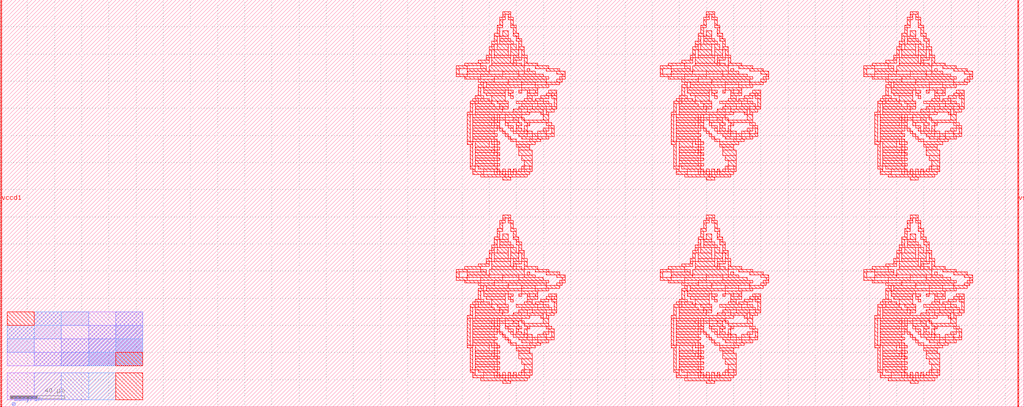
<source format=lef>
VERSION 5.7 ;
  NOWIREEXTENSIONATPIN ON ;
  DIVIDERCHAR "/" ;
  BUSBITCHARS "[]" ;
MACRO Art
  CLASS BLOCK ;
  FOREIGN Art ;
  ORIGIN -0.200 0.000 ;
  SIZE 753.320 BY 300.000 ;
  PIN dumyPin
    PORT
      LAYER met2 ;
        RECT 9.000 1.000 11.000 3.000 ;
    END
  END dumyPin
  PIN vccd1
    DIRECTION INPUT ;
    USE POWER ;
    PORT
      LAYER met4 ;
        RECT 0.20000 0.00000 1.00000 300.00000 ;
    END
  END vccd1
  PIN vssd1
    DIRECTION INPUT ;
    USE GROUND ;
    PORT
      LAYER met4 ;
        RECT 749.00000 0.00000 749.80000 300.00000 ;
    END
  END vssd1
  OBS
      LAYER li1 ;
        RECT 5.000 30.000 105.000 70.000 ;
        RECT 5.000 5.000 25.000 25.000 ;
      LAYER met1 ;
        RECT 85.000 60.000 105.000 70.120 ;
        RECT 65.000 50.000 105.000 60.000 ;
        RECT 45.000 40.000 105.000 50.000 ;
        RECT 25.000 30.120 105.000 40.000 ;
        RECT 25.000 30.000 85.000 30.120 ;
        RECT 25.000 5.000 45.000 25.000 ;
      LAYER met2 ;
        RECT 45.000 60.000 65.000 70.000 ;
        RECT 25.000 50.000 45.000 60.000 ;
        RECT 85.000 50.000 105.000 60.000 ;
        RECT 5.000 40.000 25.000 50.000 ;
        RECT 65.000 40.000 105.000 50.000 ;
        RECT 45.000 30.000 105.000 40.000 ;
        RECT 45.000 5.000 65.000 25.000 ;
      LAYER met3 ;
        RECT 25.000 60.000 45.000 70.000 ;
        RECT 5.000 50.000 25.000 60.000 ;
        RECT 85.000 40.000 105.000 50.000 ;
        RECT 65.000 30.000 105.000 40.000 ;
        RECT 65.000 5.000 85.000 25.000 ;
      LAYER met4 ;
        RECT 0.200 0.000 1.000 300.000 ;
        RECT 369.830 289.290 375.830 291.290 ;
        RECT 369.830 287.290 371.830 289.290 ;
        RECT 367.830 285.290 371.830 287.290 ;
        RECT 373.830 287.290 375.830 289.290 ;
        RECT 519.830 289.290 525.830 291.290 ;
        RECT 519.830 287.290 521.830 289.290 ;
        RECT 373.830 285.290 377.830 287.290 ;
        RECT 367.830 281.290 369.830 285.290 ;
        RECT 365.830 279.290 369.830 281.290 ;
        RECT 375.830 281.290 377.830 285.290 ;
        RECT 517.830 285.290 521.830 287.290 ;
        RECT 523.830 287.290 525.830 289.290 ;
        RECT 669.830 289.290 675.830 291.290 ;
        RECT 669.830 287.290 671.830 289.290 ;
        RECT 523.830 285.290 527.830 287.290 ;
        RECT 517.830 281.290 519.830 285.290 ;
        RECT 375.830 279.290 379.830 281.290 ;
        RECT 365.830 275.290 367.830 279.290 ;
        RECT 363.830 273.290 367.830 275.290 ;
        RECT 369.830 273.290 373.830 277.290 ;
        RECT 377.830 275.290 379.830 279.290 ;
        RECT 515.830 279.290 519.830 281.290 ;
        RECT 525.830 281.290 527.830 285.290 ;
        RECT 667.830 285.290 671.830 287.290 ;
        RECT 673.830 287.290 675.830 289.290 ;
        RECT 673.830 285.290 677.830 287.290 ;
        RECT 667.830 281.290 669.830 285.290 ;
        RECT 525.830 279.290 529.830 281.290 ;
        RECT 515.830 275.290 517.830 279.290 ;
        RECT 377.830 273.290 381.830 275.290 ;
        RECT 363.830 269.290 365.830 273.290 ;
        RECT 361.830 267.290 365.830 269.290 ;
        RECT 367.830 271.290 373.830 273.290 ;
        RECT 379.830 271.290 381.830 273.290 ;
        RECT 513.830 273.290 517.830 275.290 ;
        RECT 519.830 273.290 523.830 277.290 ;
        RECT 527.830 275.290 529.830 279.290 ;
        RECT 665.830 279.290 669.830 281.290 ;
        RECT 675.830 281.290 677.830 285.290 ;
        RECT 675.830 279.290 679.830 281.290 ;
        RECT 665.830 275.290 667.830 279.290 ;
        RECT 527.830 273.290 531.830 275.290 ;
        RECT 367.830 269.290 375.830 271.290 ;
        RECT 379.830 269.290 383.830 271.290 ;
        RECT 513.830 269.290 515.830 273.290 ;
        RECT 367.830 267.290 377.830 269.290 ;
        RECT 361.830 265.290 363.830 267.290 ;
        RECT 359.830 263.290 363.830 265.290 ;
        RECT 365.830 263.290 373.830 267.290 ;
        RECT 359.830 259.290 361.830 263.290 ;
        RECT 357.830 257.290 361.830 259.290 ;
        RECT 363.830 259.290 373.830 263.290 ;
        RECT 375.830 263.290 379.830 267.290 ;
        RECT 381.830 265.290 383.830 269.290 ;
        RECT 511.830 267.290 515.830 269.290 ;
        RECT 517.830 271.290 523.830 273.290 ;
        RECT 529.830 271.290 531.830 273.290 ;
        RECT 663.830 273.290 667.830 275.290 ;
        RECT 669.830 273.290 673.830 277.290 ;
        RECT 677.830 275.290 679.830 279.290 ;
        RECT 677.830 273.290 681.830 275.290 ;
        RECT 517.830 269.290 525.830 271.290 ;
        RECT 529.830 269.290 533.830 271.290 ;
        RECT 663.830 269.290 665.830 273.290 ;
        RECT 517.830 267.290 527.830 269.290 ;
        RECT 511.830 265.290 513.830 267.290 ;
        RECT 381.830 263.290 385.830 265.290 ;
        RECT 375.830 259.290 381.830 263.290 ;
        RECT 363.830 257.290 375.830 259.290 ;
        RECT 357.830 255.290 359.830 257.290 ;
        RECT 351.830 253.290 359.830 255.290 ;
        RECT 361.830 253.290 375.830 257.290 ;
        RECT 377.830 257.290 381.830 259.290 ;
        RECT 383.830 259.290 385.830 263.290 ;
        RECT 509.830 263.290 513.830 265.290 ;
        RECT 515.830 263.290 523.830 267.290 ;
        RECT 509.830 259.290 511.830 263.290 ;
        RECT 383.830 257.290 387.830 259.290 ;
        RECT 377.830 255.290 383.830 257.290 ;
        RECT 377.830 253.290 379.830 255.290 ;
        RECT 385.830 253.290 387.830 257.290 ;
        RECT 507.830 257.290 511.830 259.290 ;
        RECT 513.830 259.290 523.830 263.290 ;
        RECT 525.830 263.290 529.830 267.290 ;
        RECT 531.830 265.290 533.830 269.290 ;
        RECT 661.830 267.290 665.830 269.290 ;
        RECT 667.830 271.290 673.830 273.290 ;
        RECT 679.830 271.290 681.830 273.290 ;
        RECT 667.830 269.290 675.830 271.290 ;
        RECT 679.830 269.290 683.830 271.290 ;
        RECT 667.830 267.290 677.830 269.290 ;
        RECT 661.830 265.290 663.830 267.290 ;
        RECT 531.830 263.290 535.830 265.290 ;
        RECT 525.830 259.290 531.830 263.290 ;
        RECT 513.830 257.290 525.830 259.290 ;
        RECT 507.830 255.290 509.830 257.290 ;
        RECT 501.830 253.290 509.830 255.290 ;
        RECT 511.830 253.290 525.830 257.290 ;
        RECT 527.830 257.290 531.830 259.290 ;
        RECT 533.830 259.290 535.830 263.290 ;
        RECT 659.830 263.290 663.830 265.290 ;
        RECT 665.830 263.290 673.830 267.290 ;
        RECT 659.830 259.290 661.830 263.290 ;
        RECT 533.830 257.290 537.830 259.290 ;
        RECT 527.830 255.290 533.830 257.290 ;
        RECT 527.830 253.290 529.830 255.290 ;
        RECT 535.830 253.290 537.830 257.290 ;
        RECT 657.830 257.290 661.830 259.290 ;
        RECT 663.830 259.290 673.830 263.290 ;
        RECT 675.830 263.290 679.830 267.290 ;
        RECT 681.830 265.290 683.830 269.290 ;
        RECT 681.830 263.290 685.830 265.290 ;
        RECT 675.830 259.290 681.830 263.290 ;
        RECT 663.830 257.290 675.830 259.290 ;
        RECT 657.830 255.290 659.830 257.290 ;
        RECT 651.830 253.290 659.830 255.290 ;
        RECT 661.830 253.290 675.830 257.290 ;
        RECT 677.830 257.290 681.830 259.290 ;
        RECT 683.830 259.290 685.830 263.290 ;
        RECT 683.830 257.290 687.830 259.290 ;
        RECT 677.830 255.290 683.830 257.290 ;
        RECT 677.830 253.290 679.830 255.290 ;
        RECT 685.830 253.290 687.830 257.290 ;
        RECT 341.830 251.290 353.830 253.290 ;
        RECT 361.830 251.290 377.830 253.290 ;
        RECT 379.830 251.290 383.830 253.290 ;
        RECT 385.830 251.290 395.830 253.290 ;
        RECT 491.830 251.290 503.830 253.290 ;
        RECT 511.830 251.290 527.830 253.290 ;
        RECT 529.830 251.290 533.830 253.290 ;
        RECT 535.830 251.290 545.830 253.290 ;
        RECT 641.830 251.290 653.830 253.290 ;
        RECT 661.830 251.290 677.830 253.290 ;
        RECT 679.830 251.290 683.830 253.290 ;
        RECT 685.830 251.290 695.830 253.290 ;
        RECT 335.830 249.290 343.830 251.290 ;
        RECT 353.830 249.290 357.830 251.290 ;
        RECT 335.830 245.290 337.830 249.290 ;
        RECT 343.830 247.290 357.830 249.290 ;
        RECT 359.830 247.290 385.830 251.290 ;
        RECT 393.830 249.290 403.830 251.290 ;
        RECT 485.830 249.290 493.830 251.290 ;
        RECT 503.830 249.290 507.830 251.290 ;
        RECT 387.830 247.290 389.830 249.290 ;
        RECT 401.830 247.290 411.830 249.290 ;
        RECT 343.830 245.290 359.830 247.290 ;
        RECT 369.830 245.290 381.830 247.290 ;
        RECT 385.830 245.290 393.830 247.290 ;
        RECT 409.830 245.290 415.830 247.290 ;
        RECT 335.830 243.290 343.830 245.290 ;
        RECT 353.830 243.290 369.830 245.290 ;
        RECT 381.830 243.290 399.830 245.290 ;
        RECT 413.830 243.290 415.830 245.290 ;
        RECT 485.830 245.290 487.830 249.290 ;
        RECT 493.830 247.290 507.830 249.290 ;
        RECT 509.830 247.290 535.830 251.290 ;
        RECT 543.830 249.290 553.830 251.290 ;
        RECT 635.830 249.290 643.830 251.290 ;
        RECT 653.830 249.290 657.830 251.290 ;
        RECT 537.830 247.290 539.830 249.290 ;
        RECT 551.830 247.290 561.830 249.290 ;
        RECT 493.830 245.290 509.830 247.290 ;
        RECT 519.830 245.290 531.830 247.290 ;
        RECT 535.830 245.290 543.830 247.290 ;
        RECT 559.830 245.290 565.830 247.290 ;
        RECT 485.830 243.290 493.830 245.290 ;
        RECT 503.830 243.290 519.830 245.290 ;
        RECT 531.830 243.290 549.830 245.290 ;
        RECT 563.830 243.290 565.830 245.290 ;
        RECT 635.830 245.290 637.830 249.290 ;
        RECT 643.830 247.290 657.830 249.290 ;
        RECT 659.830 247.290 685.830 251.290 ;
        RECT 693.830 249.290 703.830 251.290 ;
        RECT 687.830 247.290 689.830 249.290 ;
        RECT 701.830 247.290 711.830 249.290 ;
        RECT 643.830 245.290 659.830 247.290 ;
        RECT 669.830 245.290 681.830 247.290 ;
        RECT 685.830 245.290 693.830 247.290 ;
        RECT 709.830 245.290 715.830 247.290 ;
        RECT 635.830 243.290 643.830 245.290 ;
        RECT 653.830 243.290 669.830 245.290 ;
        RECT 681.830 243.290 699.830 245.290 ;
        RECT 713.830 243.290 715.830 245.290 ;
        RECT 341.830 241.290 353.830 243.290 ;
        RECT 363.830 241.290 403.830 243.290 ;
        RECT 411.830 241.290 415.830 243.290 ;
        RECT 491.830 241.290 503.830 243.290 ;
        RECT 513.830 241.290 553.830 243.290 ;
        RECT 561.830 241.290 565.830 243.290 ;
        RECT 641.830 241.290 653.830 243.290 ;
        RECT 663.830 241.290 703.830 243.290 ;
        RECT 711.830 241.290 715.830 243.290 ;
        RECT 351.830 239.290 363.830 241.290 ;
        RECT 373.830 239.290 401.830 241.290 ;
        RECT 409.830 239.290 413.830 241.290 ;
        RECT 501.830 239.290 513.830 241.290 ;
        RECT 523.830 239.290 551.830 241.290 ;
        RECT 559.830 239.290 563.830 241.290 ;
        RECT 651.830 239.290 663.830 241.290 ;
        RECT 673.830 239.290 701.830 241.290 ;
        RECT 709.830 239.290 713.830 241.290 ;
        RECT 353.830 237.290 355.830 239.290 ;
        RECT 351.830 235.290 355.830 237.290 ;
        RECT 357.830 237.290 373.830 239.290 ;
        RECT 383.830 237.290 393.830 239.290 ;
        RECT 401.830 237.290 411.830 239.290 ;
        RECT 503.830 237.290 505.830 239.290 ;
        RECT 357.830 235.290 383.830 237.290 ;
        RECT 393.830 235.290 403.830 237.290 ;
        RECT 501.830 235.290 505.830 237.290 ;
        RECT 507.830 237.290 523.830 239.290 ;
        RECT 533.830 237.290 543.830 239.290 ;
        RECT 551.830 237.290 561.830 239.290 ;
        RECT 653.830 237.290 655.830 239.290 ;
        RECT 507.830 235.290 533.830 237.290 ;
        RECT 543.830 235.290 553.830 237.290 ;
        RECT 651.830 235.290 655.830 237.290 ;
        RECT 657.830 237.290 673.830 239.290 ;
        RECT 683.830 237.290 693.830 239.290 ;
        RECT 701.830 237.290 711.830 239.290 ;
        RECT 657.830 235.290 683.830 237.290 ;
        RECT 693.830 235.290 703.830 237.290 ;
        RECT 351.830 229.290 353.830 235.290 ;
        RECT 355.830 233.290 373.830 235.290 ;
        RECT 383.830 233.290 395.830 235.290 ;
        RECT 355.830 231.290 371.830 233.290 ;
        RECT 357.830 229.290 371.830 231.290 ;
        RECT 373.830 231.290 377.830 233.290 ;
        RECT 381.830 231.290 383.830 233.290 ;
        RECT 387.830 231.290 389.830 233.290 ;
        RECT 393.830 231.290 395.830 233.290 ;
        RECT 403.830 231.290 409.830 233.290 ;
        RECT 373.830 229.290 375.830 231.290 ;
        RECT 387.830 229.290 395.830 231.290 ;
        RECT 401.830 229.290 405.830 231.290 ;
        RECT 407.830 229.290 409.830 231.290 ;
        RECT 501.830 229.290 503.830 235.290 ;
        RECT 505.830 233.290 523.830 235.290 ;
        RECT 533.830 233.290 545.830 235.290 ;
        RECT 505.830 231.290 521.830 233.290 ;
        RECT 507.830 229.290 521.830 231.290 ;
        RECT 523.830 231.290 527.830 233.290 ;
        RECT 531.830 231.290 533.830 233.290 ;
        RECT 537.830 231.290 539.830 233.290 ;
        RECT 543.830 231.290 545.830 233.290 ;
        RECT 553.830 231.290 559.830 233.290 ;
        RECT 523.830 229.290 525.830 231.290 ;
        RECT 537.830 229.290 545.830 231.290 ;
        RECT 551.830 229.290 555.830 231.290 ;
        RECT 557.830 229.290 559.830 231.290 ;
        RECT 651.830 229.290 653.830 235.290 ;
        RECT 655.830 233.290 673.830 235.290 ;
        RECT 683.830 233.290 695.830 235.290 ;
        RECT 655.830 231.290 671.830 233.290 ;
        RECT 657.830 229.290 671.830 231.290 ;
        RECT 673.830 231.290 677.830 233.290 ;
        RECT 681.830 231.290 683.830 233.290 ;
        RECT 687.830 231.290 689.830 233.290 ;
        RECT 693.830 231.290 695.830 233.290 ;
        RECT 703.830 231.290 709.830 233.290 ;
        RECT 673.830 229.290 675.830 231.290 ;
        RECT 687.830 229.290 695.830 231.290 ;
        RECT 701.830 229.290 705.830 231.290 ;
        RECT 707.830 229.290 709.830 231.290 ;
        RECT 349.830 227.290 355.830 229.290 ;
        RECT 347.830 225.290 351.830 227.290 ;
        RECT 353.830 225.290 359.830 227.290 ;
        RECT 361.830 225.290 371.830 229.290 ;
        RECT 375.830 227.290 377.830 229.290 ;
        RECT 387.830 227.290 391.830 229.290 ;
        RECT 397.830 227.290 403.830 229.290 ;
        RECT 405.830 227.290 409.830 229.290 ;
        RECT 499.830 227.290 505.830 229.290 ;
        RECT 385.830 225.290 391.830 227.290 ;
        RECT 393.830 225.290 399.830 227.290 ;
        RECT 345.830 223.290 349.830 225.290 ;
        RECT 351.830 223.290 361.830 225.290 ;
        RECT 365.830 223.290 373.830 225.290 ;
        RECT 379.830 223.290 395.830 225.290 ;
        RECT 399.830 223.290 403.830 225.290 ;
        RECT 345.830 217.290 347.830 223.290 ;
        RECT 343.830 215.290 347.830 217.290 ;
        RECT 349.830 221.290 363.830 223.290 ;
        RECT 367.830 221.290 373.830 223.290 ;
        RECT 383.830 221.290 391.830 223.290 ;
        RECT 395.830 221.290 405.830 223.290 ;
        RECT 407.830 221.290 409.830 227.290 ;
        RECT 497.830 225.290 501.830 227.290 ;
        RECT 503.830 225.290 509.830 227.290 ;
        RECT 511.830 225.290 521.830 229.290 ;
        RECT 525.830 227.290 527.830 229.290 ;
        RECT 537.830 227.290 541.830 229.290 ;
        RECT 547.830 227.290 553.830 229.290 ;
        RECT 555.830 227.290 559.830 229.290 ;
        RECT 649.830 227.290 655.830 229.290 ;
        RECT 535.830 225.290 541.830 227.290 ;
        RECT 543.830 225.290 549.830 227.290 ;
        RECT 349.830 219.290 367.830 221.290 ;
        RECT 369.830 219.290 373.830 221.290 ;
        RECT 381.830 219.290 387.830 221.290 ;
        RECT 391.830 219.290 401.830 221.290 ;
        RECT 405.830 219.290 409.830 221.290 ;
        RECT 495.830 223.290 499.830 225.290 ;
        RECT 501.830 223.290 511.830 225.290 ;
        RECT 515.830 223.290 523.830 225.290 ;
        RECT 529.830 223.290 545.830 225.290 ;
        RECT 549.830 223.290 553.830 225.290 ;
        RECT 349.830 217.290 369.830 219.290 ;
        RECT 377.830 217.290 383.830 219.290 ;
        RECT 387.830 217.290 399.830 219.290 ;
        RECT 349.830 215.290 389.830 217.290 ;
        RECT 397.830 215.290 399.830 217.290 ;
        RECT 401.830 217.290 407.830 219.290 ;
        RECT 495.830 217.290 497.830 223.290 ;
        RECT 401.830 215.290 403.830 217.290 ;
        RECT 343.830 195.290 345.830 215.290 ;
        RECT 347.830 213.290 363.830 215.290 ;
        RECT 365.830 213.290 367.830 215.290 ;
        RECT 371.830 213.290 383.830 215.290 ;
        RECT 347.830 211.290 361.830 213.290 ;
        RECT 363.830 211.290 365.830 213.290 ;
        RECT 367.830 211.290 371.830 213.290 ;
        RECT 377.830 211.290 381.830 213.290 ;
        RECT 383.830 211.290 385.830 213.290 ;
        RECT 399.830 211.290 403.830 215.290 ;
        RECT 347.830 209.290 363.830 211.290 ;
        RECT 365.830 209.290 367.830 211.290 ;
        RECT 347.830 207.290 361.830 209.290 ;
        RECT 363.830 207.290 367.830 209.290 ;
        RECT 371.830 209.290 381.830 211.290 ;
        RECT 385.830 209.290 403.830 211.290 ;
        RECT 493.830 215.290 497.830 217.290 ;
        RECT 499.830 221.290 513.830 223.290 ;
        RECT 517.830 221.290 523.830 223.290 ;
        RECT 533.830 221.290 541.830 223.290 ;
        RECT 545.830 221.290 555.830 223.290 ;
        RECT 557.830 221.290 559.830 227.290 ;
        RECT 647.830 225.290 651.830 227.290 ;
        RECT 653.830 225.290 659.830 227.290 ;
        RECT 661.830 225.290 671.830 229.290 ;
        RECT 675.830 227.290 677.830 229.290 ;
        RECT 687.830 227.290 691.830 229.290 ;
        RECT 697.830 227.290 703.830 229.290 ;
        RECT 705.830 227.290 709.830 229.290 ;
        RECT 685.830 225.290 691.830 227.290 ;
        RECT 693.830 225.290 699.830 227.290 ;
        RECT 499.830 219.290 517.830 221.290 ;
        RECT 519.830 219.290 523.830 221.290 ;
        RECT 531.830 219.290 537.830 221.290 ;
        RECT 541.830 219.290 551.830 221.290 ;
        RECT 555.830 219.290 559.830 221.290 ;
        RECT 645.830 223.290 649.830 225.290 ;
        RECT 651.830 223.290 661.830 225.290 ;
        RECT 665.830 223.290 673.830 225.290 ;
        RECT 679.830 223.290 695.830 225.290 ;
        RECT 699.830 223.290 703.830 225.290 ;
        RECT 499.830 217.290 519.830 219.290 ;
        RECT 527.830 217.290 533.830 219.290 ;
        RECT 537.830 217.290 549.830 219.290 ;
        RECT 499.830 215.290 539.830 217.290 ;
        RECT 547.830 215.290 549.830 217.290 ;
        RECT 551.830 217.290 557.830 219.290 ;
        RECT 645.830 217.290 647.830 223.290 ;
        RECT 551.830 215.290 553.830 217.290 ;
        RECT 371.830 207.290 373.830 209.290 ;
        RECT 379.830 207.290 383.830 209.290 ;
        RECT 387.830 207.290 389.830 209.290 ;
        RECT 401.830 207.290 405.830 209.290 ;
        RECT 347.830 205.290 363.830 207.290 ;
        RECT 365.830 205.290 367.830 207.290 ;
        RECT 373.830 205.290 377.830 207.290 ;
        RECT 347.830 203.290 365.830 205.290 ;
        RECT 367.830 203.290 369.830 205.290 ;
        RECT 375.830 203.290 377.830 205.290 ;
        RECT 379.830 205.290 381.830 207.290 ;
        RECT 379.830 203.290 383.830 205.290 ;
        RECT 385.830 203.290 387.830 207.290 ;
        RECT 403.830 205.290 407.830 207.290 ;
        RECT 399.830 203.290 403.830 205.290 ;
        RECT 347.830 201.290 363.830 203.290 ;
        RECT 369.830 201.290 371.830 203.290 ;
        RECT 377.830 201.290 385.830 203.290 ;
        RECT 387.830 201.290 391.830 203.290 ;
        RECT 395.830 201.290 401.830 203.290 ;
        RECT 405.830 201.290 407.830 205.290 ;
        RECT 347.830 199.290 365.830 201.290 ;
        RECT 371.830 199.290 373.830 201.290 ;
        RECT 381.830 199.290 387.830 201.290 ;
        RECT 391.830 199.290 395.830 201.290 ;
        RECT 401.830 199.290 407.830 201.290 ;
        RECT 347.830 197.290 363.830 199.290 ;
        RECT 373.830 197.290 375.830 199.290 ;
        RECT 383.830 197.290 391.830 199.290 ;
        RECT 395.830 197.290 403.830 199.290 ;
        RECT 347.830 195.290 361.830 197.290 ;
        RECT 363.830 195.290 365.830 197.290 ;
        RECT 375.830 195.290 379.830 197.290 ;
        RECT 389.830 195.290 397.830 197.290 ;
        RECT 493.830 195.290 495.830 215.290 ;
        RECT 497.830 213.290 513.830 215.290 ;
        RECT 515.830 213.290 517.830 215.290 ;
        RECT 521.830 213.290 533.830 215.290 ;
        RECT 497.830 211.290 511.830 213.290 ;
        RECT 513.830 211.290 515.830 213.290 ;
        RECT 517.830 211.290 521.830 213.290 ;
        RECT 527.830 211.290 531.830 213.290 ;
        RECT 533.830 211.290 535.830 213.290 ;
        RECT 549.830 211.290 553.830 215.290 ;
        RECT 497.830 209.290 513.830 211.290 ;
        RECT 515.830 209.290 517.830 211.290 ;
        RECT 497.830 207.290 511.830 209.290 ;
        RECT 513.830 207.290 517.830 209.290 ;
        RECT 521.830 209.290 531.830 211.290 ;
        RECT 535.830 209.290 553.830 211.290 ;
        RECT 643.830 215.290 647.830 217.290 ;
        RECT 649.830 221.290 663.830 223.290 ;
        RECT 667.830 221.290 673.830 223.290 ;
        RECT 683.830 221.290 691.830 223.290 ;
        RECT 695.830 221.290 705.830 223.290 ;
        RECT 707.830 221.290 709.830 227.290 ;
        RECT 649.830 219.290 667.830 221.290 ;
        RECT 669.830 219.290 673.830 221.290 ;
        RECT 681.830 219.290 687.830 221.290 ;
        RECT 691.830 219.290 701.830 221.290 ;
        RECT 705.830 219.290 709.830 221.290 ;
        RECT 649.830 217.290 669.830 219.290 ;
        RECT 677.830 217.290 683.830 219.290 ;
        RECT 687.830 217.290 699.830 219.290 ;
        RECT 649.830 215.290 689.830 217.290 ;
        RECT 697.830 215.290 699.830 217.290 ;
        RECT 701.830 217.290 707.830 219.290 ;
        RECT 701.830 215.290 703.830 217.290 ;
        RECT 521.830 207.290 523.830 209.290 ;
        RECT 529.830 207.290 533.830 209.290 ;
        RECT 537.830 207.290 539.830 209.290 ;
        RECT 551.830 207.290 555.830 209.290 ;
        RECT 497.830 205.290 513.830 207.290 ;
        RECT 515.830 205.290 517.830 207.290 ;
        RECT 523.830 205.290 527.830 207.290 ;
        RECT 497.830 203.290 515.830 205.290 ;
        RECT 517.830 203.290 519.830 205.290 ;
        RECT 525.830 203.290 527.830 205.290 ;
        RECT 529.830 205.290 531.830 207.290 ;
        RECT 529.830 203.290 533.830 205.290 ;
        RECT 535.830 203.290 537.830 207.290 ;
        RECT 553.830 205.290 557.830 207.290 ;
        RECT 549.830 203.290 553.830 205.290 ;
        RECT 497.830 201.290 513.830 203.290 ;
        RECT 519.830 201.290 521.830 203.290 ;
        RECT 527.830 201.290 535.830 203.290 ;
        RECT 537.830 201.290 541.830 203.290 ;
        RECT 545.830 201.290 551.830 203.290 ;
        RECT 555.830 201.290 557.830 205.290 ;
        RECT 497.830 199.290 515.830 201.290 ;
        RECT 521.830 199.290 523.830 201.290 ;
        RECT 531.830 199.290 537.830 201.290 ;
        RECT 541.830 199.290 545.830 201.290 ;
        RECT 551.830 199.290 557.830 201.290 ;
        RECT 497.830 197.290 513.830 199.290 ;
        RECT 523.830 197.290 525.830 199.290 ;
        RECT 533.830 197.290 541.830 199.290 ;
        RECT 545.830 197.290 553.830 199.290 ;
        RECT 497.830 195.290 511.830 197.290 ;
        RECT 513.830 195.290 515.830 197.290 ;
        RECT 525.830 195.290 529.830 197.290 ;
        RECT 539.830 195.290 547.830 197.290 ;
        RECT 643.830 195.290 645.830 215.290 ;
        RECT 647.830 213.290 663.830 215.290 ;
        RECT 665.830 213.290 667.830 215.290 ;
        RECT 671.830 213.290 683.830 215.290 ;
        RECT 647.830 211.290 661.830 213.290 ;
        RECT 663.830 211.290 665.830 213.290 ;
        RECT 667.830 211.290 671.830 213.290 ;
        RECT 677.830 211.290 681.830 213.290 ;
        RECT 683.830 211.290 685.830 213.290 ;
        RECT 699.830 211.290 703.830 215.290 ;
        RECT 647.830 209.290 663.830 211.290 ;
        RECT 665.830 209.290 667.830 211.290 ;
        RECT 647.830 207.290 661.830 209.290 ;
        RECT 663.830 207.290 667.830 209.290 ;
        RECT 671.830 209.290 681.830 211.290 ;
        RECT 685.830 209.290 703.830 211.290 ;
        RECT 671.830 207.290 673.830 209.290 ;
        RECT 679.830 207.290 683.830 209.290 ;
        RECT 687.830 207.290 689.830 209.290 ;
        RECT 701.830 207.290 705.830 209.290 ;
        RECT 647.830 205.290 663.830 207.290 ;
        RECT 665.830 205.290 667.830 207.290 ;
        RECT 673.830 205.290 677.830 207.290 ;
        RECT 647.830 203.290 665.830 205.290 ;
        RECT 667.830 203.290 669.830 205.290 ;
        RECT 675.830 203.290 677.830 205.290 ;
        RECT 679.830 205.290 681.830 207.290 ;
        RECT 679.830 203.290 683.830 205.290 ;
        RECT 685.830 203.290 687.830 207.290 ;
        RECT 703.830 205.290 707.830 207.290 ;
        RECT 699.830 203.290 703.830 205.290 ;
        RECT 647.830 201.290 663.830 203.290 ;
        RECT 669.830 201.290 671.830 203.290 ;
        RECT 677.830 201.290 685.830 203.290 ;
        RECT 687.830 201.290 691.830 203.290 ;
        RECT 695.830 201.290 701.830 203.290 ;
        RECT 705.830 201.290 707.830 205.290 ;
        RECT 647.830 199.290 665.830 201.290 ;
        RECT 671.830 199.290 673.830 201.290 ;
        RECT 681.830 199.290 687.830 201.290 ;
        RECT 691.830 199.290 695.830 201.290 ;
        RECT 701.830 199.290 707.830 201.290 ;
        RECT 647.830 197.290 663.830 199.290 ;
        RECT 673.830 197.290 675.830 199.290 ;
        RECT 683.830 197.290 691.830 199.290 ;
        RECT 695.830 197.290 703.830 199.290 ;
        RECT 647.830 195.290 661.830 197.290 ;
        RECT 663.830 195.290 665.830 197.290 ;
        RECT 675.830 195.290 679.830 197.290 ;
        RECT 689.830 195.290 697.830 197.290 ;
        RECT 343.830 193.290 347.830 195.290 ;
        RECT 345.830 177.290 347.830 193.290 ;
        RECT 349.830 191.290 359.830 195.290 ;
        RECT 361.830 193.290 363.830 195.290 ;
        RECT 365.830 193.290 367.830 195.290 ;
        RECT 379.830 193.290 393.830 195.290 ;
        RECT 493.830 193.290 497.830 195.290 ;
        RECT 363.830 191.290 365.830 193.290 ;
        RECT 379.830 191.290 389.830 193.290 ;
        RECT 349.830 189.290 363.830 191.290 ;
        RECT 365.830 189.290 367.830 191.290 ;
        RECT 381.830 189.290 389.830 191.290 ;
        RECT 349.830 187.290 361.830 189.290 ;
        RECT 363.830 187.290 365.830 189.290 ;
        RECT 349.830 185.290 363.830 187.290 ;
        RECT 365.830 185.290 367.830 187.290 ;
        RECT 381.830 185.290 391.830 189.290 ;
        RECT 349.830 183.290 365.830 185.290 ;
        RECT 349.830 181.290 363.830 183.290 ;
        RECT 365.830 181.290 367.830 183.290 ;
        RECT 383.830 181.290 391.830 185.290 ;
        RECT 349.830 179.290 365.830 181.290 ;
        RECT 349.830 177.290 363.830 179.290 ;
        RECT 365.830 177.290 367.830 179.290 ;
        RECT 385.830 177.290 391.830 181.290 ;
        RECT 345.830 175.290 349.830 177.290 ;
        RECT 351.830 175.290 365.830 177.290 ;
        RECT 383.830 175.290 385.830 177.290 ;
        RECT 389.830 175.290 391.830 177.290 ;
        RECT 495.830 177.290 497.830 193.290 ;
        RECT 499.830 191.290 509.830 195.290 ;
        RECT 511.830 193.290 513.830 195.290 ;
        RECT 515.830 193.290 517.830 195.290 ;
        RECT 529.830 193.290 543.830 195.290 ;
        RECT 643.830 193.290 647.830 195.290 ;
        RECT 513.830 191.290 515.830 193.290 ;
        RECT 529.830 191.290 539.830 193.290 ;
        RECT 499.830 189.290 513.830 191.290 ;
        RECT 515.830 189.290 517.830 191.290 ;
        RECT 531.830 189.290 539.830 191.290 ;
        RECT 499.830 187.290 511.830 189.290 ;
        RECT 513.830 187.290 515.830 189.290 ;
        RECT 499.830 185.290 513.830 187.290 ;
        RECT 515.830 185.290 517.830 187.290 ;
        RECT 531.830 185.290 541.830 189.290 ;
        RECT 499.830 183.290 515.830 185.290 ;
        RECT 499.830 181.290 513.830 183.290 ;
        RECT 515.830 181.290 517.830 183.290 ;
        RECT 533.830 181.290 541.830 185.290 ;
        RECT 499.830 179.290 515.830 181.290 ;
        RECT 499.830 177.290 513.830 179.290 ;
        RECT 515.830 177.290 517.830 179.290 ;
        RECT 535.830 177.290 541.830 181.290 ;
        RECT 495.830 175.290 499.830 177.290 ;
        RECT 501.830 175.290 515.830 177.290 ;
        RECT 533.830 175.290 535.830 177.290 ;
        RECT 539.830 175.290 541.830 177.290 ;
        RECT 645.830 177.290 647.830 193.290 ;
        RECT 649.830 191.290 659.830 195.290 ;
        RECT 661.830 193.290 663.830 195.290 ;
        RECT 665.830 193.290 667.830 195.290 ;
        RECT 679.830 193.290 693.830 195.290 ;
        RECT 663.830 191.290 665.830 193.290 ;
        RECT 679.830 191.290 689.830 193.290 ;
        RECT 649.830 189.290 663.830 191.290 ;
        RECT 665.830 189.290 667.830 191.290 ;
        RECT 681.830 189.290 689.830 191.290 ;
        RECT 649.830 187.290 661.830 189.290 ;
        RECT 663.830 187.290 665.830 189.290 ;
        RECT 649.830 185.290 663.830 187.290 ;
        RECT 665.830 185.290 667.830 187.290 ;
        RECT 681.830 185.290 691.830 189.290 ;
        RECT 649.830 183.290 665.830 185.290 ;
        RECT 649.830 181.290 663.830 183.290 ;
        RECT 665.830 181.290 667.830 183.290 ;
        RECT 683.830 181.290 691.830 185.290 ;
        RECT 649.830 179.290 665.830 181.290 ;
        RECT 649.830 177.290 663.830 179.290 ;
        RECT 665.830 177.290 667.830 179.290 ;
        RECT 685.830 177.290 691.830 181.290 ;
        RECT 645.830 175.290 649.830 177.290 ;
        RECT 651.830 175.290 665.830 177.290 ;
        RECT 683.830 175.290 685.830 177.290 ;
        RECT 689.830 175.290 691.830 177.290 ;
        RECT 347.830 173.290 349.830 175.290 ;
        RECT 355.830 173.290 363.830 175.290 ;
        RECT 365.830 173.290 367.830 175.290 ;
        RECT 369.830 173.290 371.830 175.290 ;
        RECT 373.830 173.290 375.830 175.290 ;
        RECT 377.830 173.290 379.830 175.290 ;
        RECT 381.830 173.290 383.830 175.290 ;
        RECT 385.830 173.290 391.830 175.290 ;
        RECT 497.830 173.290 499.830 175.290 ;
        RECT 505.830 173.290 513.830 175.290 ;
        RECT 515.830 173.290 517.830 175.290 ;
        RECT 519.830 173.290 521.830 175.290 ;
        RECT 523.830 173.290 525.830 175.290 ;
        RECT 527.830 173.290 529.830 175.290 ;
        RECT 531.830 173.290 533.830 175.290 ;
        RECT 535.830 173.290 541.830 175.290 ;
        RECT 647.830 173.290 649.830 175.290 ;
        RECT 655.830 173.290 663.830 175.290 ;
        RECT 665.830 173.290 667.830 175.290 ;
        RECT 669.830 173.290 671.830 175.290 ;
        RECT 673.830 173.290 675.830 175.290 ;
        RECT 677.830 173.290 679.830 175.290 ;
        RECT 681.830 173.290 683.830 175.290 ;
        RECT 685.830 173.290 691.830 175.290 ;
        RECT 347.830 171.290 355.830 173.290 ;
        RECT 363.830 171.290 365.830 173.290 ;
        RECT 367.830 171.290 369.830 173.290 ;
        RECT 371.830 171.290 373.830 173.290 ;
        RECT 375.830 171.290 377.830 173.290 ;
        RECT 379.830 171.290 389.830 173.290 ;
        RECT 497.830 171.290 505.830 173.290 ;
        RECT 513.830 171.290 515.830 173.290 ;
        RECT 517.830 171.290 519.830 173.290 ;
        RECT 521.830 171.290 523.830 173.290 ;
        RECT 525.830 171.290 527.830 173.290 ;
        RECT 529.830 171.290 539.830 173.290 ;
        RECT 647.830 171.290 655.830 173.290 ;
        RECT 663.830 171.290 665.830 173.290 ;
        RECT 667.830 171.290 669.830 173.290 ;
        RECT 671.830 171.290 673.830 173.290 ;
        RECT 675.830 171.290 677.830 173.290 ;
        RECT 679.830 171.290 689.830 173.290 ;
        RECT 353.830 169.290 371.830 171.290 ;
        RECT 373.830 169.290 387.830 171.290 ;
        RECT 503.830 169.290 521.830 171.290 ;
        RECT 523.830 169.290 537.830 171.290 ;
        RECT 653.830 169.290 671.830 171.290 ;
        RECT 673.830 169.290 687.830 171.290 ;
        RECT 369.830 167.290 375.830 169.290 ;
        RECT 519.830 167.290 525.830 169.290 ;
        RECT 669.830 167.290 675.830 169.290 ;
        RECT 369.830 139.290 375.830 141.290 ;
        RECT 369.830 137.290 371.830 139.290 ;
        RECT 367.830 135.290 371.830 137.290 ;
        RECT 373.830 137.290 375.830 139.290 ;
        RECT 519.830 139.290 525.830 141.290 ;
        RECT 519.830 137.290 521.830 139.290 ;
        RECT 373.830 135.290 377.830 137.290 ;
        RECT 367.830 131.290 369.830 135.290 ;
        RECT 365.830 129.290 369.830 131.290 ;
        RECT 375.830 131.290 377.830 135.290 ;
        RECT 517.830 135.290 521.830 137.290 ;
        RECT 523.830 137.290 525.830 139.290 ;
        RECT 669.830 139.290 675.830 141.290 ;
        RECT 669.830 137.290 671.830 139.290 ;
        RECT 523.830 135.290 527.830 137.290 ;
        RECT 517.830 131.290 519.830 135.290 ;
        RECT 375.830 129.290 379.830 131.290 ;
        RECT 365.830 125.290 367.830 129.290 ;
        RECT 363.830 123.290 367.830 125.290 ;
        RECT 369.830 123.290 373.830 127.290 ;
        RECT 377.830 125.290 379.830 129.290 ;
        RECT 515.830 129.290 519.830 131.290 ;
        RECT 525.830 131.290 527.830 135.290 ;
        RECT 667.830 135.290 671.830 137.290 ;
        RECT 673.830 137.290 675.830 139.290 ;
        RECT 673.830 135.290 677.830 137.290 ;
        RECT 667.830 131.290 669.830 135.290 ;
        RECT 525.830 129.290 529.830 131.290 ;
        RECT 515.830 125.290 517.830 129.290 ;
        RECT 377.830 123.290 381.830 125.290 ;
        RECT 363.830 119.290 365.830 123.290 ;
        RECT 361.830 117.290 365.830 119.290 ;
        RECT 367.830 121.290 373.830 123.290 ;
        RECT 379.830 121.290 381.830 123.290 ;
        RECT 513.830 123.290 517.830 125.290 ;
        RECT 519.830 123.290 523.830 127.290 ;
        RECT 527.830 125.290 529.830 129.290 ;
        RECT 665.830 129.290 669.830 131.290 ;
        RECT 675.830 131.290 677.830 135.290 ;
        RECT 675.830 129.290 679.830 131.290 ;
        RECT 665.830 125.290 667.830 129.290 ;
        RECT 527.830 123.290 531.830 125.290 ;
        RECT 367.830 119.290 375.830 121.290 ;
        RECT 379.830 119.290 383.830 121.290 ;
        RECT 513.830 119.290 515.830 123.290 ;
        RECT 367.830 117.290 377.830 119.290 ;
        RECT 361.830 115.290 363.830 117.290 ;
        RECT 359.830 113.290 363.830 115.290 ;
        RECT 365.830 113.290 373.830 117.290 ;
        RECT 359.830 109.290 361.830 113.290 ;
        RECT 357.830 107.290 361.830 109.290 ;
        RECT 363.830 109.290 373.830 113.290 ;
        RECT 375.830 113.290 379.830 117.290 ;
        RECT 381.830 115.290 383.830 119.290 ;
        RECT 511.830 117.290 515.830 119.290 ;
        RECT 517.830 121.290 523.830 123.290 ;
        RECT 529.830 121.290 531.830 123.290 ;
        RECT 663.830 123.290 667.830 125.290 ;
        RECT 669.830 123.290 673.830 127.290 ;
        RECT 677.830 125.290 679.830 129.290 ;
        RECT 677.830 123.290 681.830 125.290 ;
        RECT 517.830 119.290 525.830 121.290 ;
        RECT 529.830 119.290 533.830 121.290 ;
        RECT 663.830 119.290 665.830 123.290 ;
        RECT 517.830 117.290 527.830 119.290 ;
        RECT 511.830 115.290 513.830 117.290 ;
        RECT 381.830 113.290 385.830 115.290 ;
        RECT 375.830 109.290 381.830 113.290 ;
        RECT 363.830 107.290 375.830 109.290 ;
        RECT 357.830 105.290 359.830 107.290 ;
        RECT 351.830 103.290 359.830 105.290 ;
        RECT 361.830 103.290 375.830 107.290 ;
        RECT 377.830 107.290 381.830 109.290 ;
        RECT 383.830 109.290 385.830 113.290 ;
        RECT 509.830 113.290 513.830 115.290 ;
        RECT 515.830 113.290 523.830 117.290 ;
        RECT 509.830 109.290 511.830 113.290 ;
        RECT 383.830 107.290 387.830 109.290 ;
        RECT 377.830 105.290 383.830 107.290 ;
        RECT 377.830 103.290 379.830 105.290 ;
        RECT 385.830 103.290 387.830 107.290 ;
        RECT 507.830 107.290 511.830 109.290 ;
        RECT 513.830 109.290 523.830 113.290 ;
        RECT 525.830 113.290 529.830 117.290 ;
        RECT 531.830 115.290 533.830 119.290 ;
        RECT 661.830 117.290 665.830 119.290 ;
        RECT 667.830 121.290 673.830 123.290 ;
        RECT 679.830 121.290 681.830 123.290 ;
        RECT 667.830 119.290 675.830 121.290 ;
        RECT 679.830 119.290 683.830 121.290 ;
        RECT 667.830 117.290 677.830 119.290 ;
        RECT 661.830 115.290 663.830 117.290 ;
        RECT 531.830 113.290 535.830 115.290 ;
        RECT 525.830 109.290 531.830 113.290 ;
        RECT 513.830 107.290 525.830 109.290 ;
        RECT 507.830 105.290 509.830 107.290 ;
        RECT 501.830 103.290 509.830 105.290 ;
        RECT 511.830 103.290 525.830 107.290 ;
        RECT 527.830 107.290 531.830 109.290 ;
        RECT 533.830 109.290 535.830 113.290 ;
        RECT 659.830 113.290 663.830 115.290 ;
        RECT 665.830 113.290 673.830 117.290 ;
        RECT 659.830 109.290 661.830 113.290 ;
        RECT 533.830 107.290 537.830 109.290 ;
        RECT 527.830 105.290 533.830 107.290 ;
        RECT 527.830 103.290 529.830 105.290 ;
        RECT 535.830 103.290 537.830 107.290 ;
        RECT 657.830 107.290 661.830 109.290 ;
        RECT 663.830 109.290 673.830 113.290 ;
        RECT 675.830 113.290 679.830 117.290 ;
        RECT 681.830 115.290 683.830 119.290 ;
        RECT 681.830 113.290 685.830 115.290 ;
        RECT 675.830 109.290 681.830 113.290 ;
        RECT 663.830 107.290 675.830 109.290 ;
        RECT 657.830 105.290 659.830 107.290 ;
        RECT 651.830 103.290 659.830 105.290 ;
        RECT 661.830 103.290 675.830 107.290 ;
        RECT 677.830 107.290 681.830 109.290 ;
        RECT 683.830 109.290 685.830 113.290 ;
        RECT 683.830 107.290 687.830 109.290 ;
        RECT 677.830 105.290 683.830 107.290 ;
        RECT 677.830 103.290 679.830 105.290 ;
        RECT 685.830 103.290 687.830 107.290 ;
        RECT 341.830 101.290 353.830 103.290 ;
        RECT 361.830 101.290 377.830 103.290 ;
        RECT 379.830 101.290 383.830 103.290 ;
        RECT 385.830 101.290 395.830 103.290 ;
        RECT 491.830 101.290 503.830 103.290 ;
        RECT 511.830 101.290 527.830 103.290 ;
        RECT 529.830 101.290 533.830 103.290 ;
        RECT 535.830 101.290 545.830 103.290 ;
        RECT 641.830 101.290 653.830 103.290 ;
        RECT 661.830 101.290 677.830 103.290 ;
        RECT 679.830 101.290 683.830 103.290 ;
        RECT 685.830 101.290 695.830 103.290 ;
        RECT 335.830 99.290 343.830 101.290 ;
        RECT 353.830 99.290 357.830 101.290 ;
        RECT 335.830 95.290 337.830 99.290 ;
        RECT 343.830 97.290 357.830 99.290 ;
        RECT 359.830 97.290 385.830 101.290 ;
        RECT 393.830 99.290 403.830 101.290 ;
        RECT 485.830 99.290 493.830 101.290 ;
        RECT 503.830 99.290 507.830 101.290 ;
        RECT 387.830 97.290 389.830 99.290 ;
        RECT 401.830 97.290 411.830 99.290 ;
        RECT 343.830 95.290 359.830 97.290 ;
        RECT 369.830 95.290 381.830 97.290 ;
        RECT 385.830 95.290 393.830 97.290 ;
        RECT 409.830 95.290 415.830 97.290 ;
        RECT 335.830 93.290 343.830 95.290 ;
        RECT 353.830 93.290 369.830 95.290 ;
        RECT 381.830 93.290 399.830 95.290 ;
        RECT 413.830 93.290 415.830 95.290 ;
        RECT 485.830 95.290 487.830 99.290 ;
        RECT 493.830 97.290 507.830 99.290 ;
        RECT 509.830 97.290 535.830 101.290 ;
        RECT 543.830 99.290 553.830 101.290 ;
        RECT 635.830 99.290 643.830 101.290 ;
        RECT 653.830 99.290 657.830 101.290 ;
        RECT 537.830 97.290 539.830 99.290 ;
        RECT 551.830 97.290 561.830 99.290 ;
        RECT 493.830 95.290 509.830 97.290 ;
        RECT 519.830 95.290 531.830 97.290 ;
        RECT 535.830 95.290 543.830 97.290 ;
        RECT 559.830 95.290 565.830 97.290 ;
        RECT 485.830 93.290 493.830 95.290 ;
        RECT 503.830 93.290 519.830 95.290 ;
        RECT 531.830 93.290 549.830 95.290 ;
        RECT 563.830 93.290 565.830 95.290 ;
        RECT 635.830 95.290 637.830 99.290 ;
        RECT 643.830 97.290 657.830 99.290 ;
        RECT 659.830 97.290 685.830 101.290 ;
        RECT 693.830 99.290 703.830 101.290 ;
        RECT 687.830 97.290 689.830 99.290 ;
        RECT 701.830 97.290 711.830 99.290 ;
        RECT 643.830 95.290 659.830 97.290 ;
        RECT 669.830 95.290 681.830 97.290 ;
        RECT 685.830 95.290 693.830 97.290 ;
        RECT 709.830 95.290 715.830 97.290 ;
        RECT 635.830 93.290 643.830 95.290 ;
        RECT 653.830 93.290 669.830 95.290 ;
        RECT 681.830 93.290 699.830 95.290 ;
        RECT 713.830 93.290 715.830 95.290 ;
        RECT 341.830 91.290 353.830 93.290 ;
        RECT 363.830 91.290 403.830 93.290 ;
        RECT 411.830 91.290 415.830 93.290 ;
        RECT 491.830 91.290 503.830 93.290 ;
        RECT 513.830 91.290 553.830 93.290 ;
        RECT 561.830 91.290 565.830 93.290 ;
        RECT 641.830 91.290 653.830 93.290 ;
        RECT 663.830 91.290 703.830 93.290 ;
        RECT 711.830 91.290 715.830 93.290 ;
        RECT 351.830 89.290 363.830 91.290 ;
        RECT 373.830 89.290 401.830 91.290 ;
        RECT 409.830 89.290 413.830 91.290 ;
        RECT 501.830 89.290 513.830 91.290 ;
        RECT 523.830 89.290 551.830 91.290 ;
        RECT 559.830 89.290 563.830 91.290 ;
        RECT 651.830 89.290 663.830 91.290 ;
        RECT 673.830 89.290 701.830 91.290 ;
        RECT 709.830 89.290 713.830 91.290 ;
        RECT 353.830 87.290 355.830 89.290 ;
        RECT 351.830 85.290 355.830 87.290 ;
        RECT 357.830 87.290 373.830 89.290 ;
        RECT 383.830 87.290 393.830 89.290 ;
        RECT 401.830 87.290 411.830 89.290 ;
        RECT 503.830 87.290 505.830 89.290 ;
        RECT 357.830 85.290 383.830 87.290 ;
        RECT 393.830 85.290 403.830 87.290 ;
        RECT 501.830 85.290 505.830 87.290 ;
        RECT 507.830 87.290 523.830 89.290 ;
        RECT 533.830 87.290 543.830 89.290 ;
        RECT 551.830 87.290 561.830 89.290 ;
        RECT 653.830 87.290 655.830 89.290 ;
        RECT 507.830 85.290 533.830 87.290 ;
        RECT 543.830 85.290 553.830 87.290 ;
        RECT 651.830 85.290 655.830 87.290 ;
        RECT 657.830 87.290 673.830 89.290 ;
        RECT 683.830 87.290 693.830 89.290 ;
        RECT 701.830 87.290 711.830 89.290 ;
        RECT 657.830 85.290 683.830 87.290 ;
        RECT 693.830 85.290 703.830 87.290 ;
        RECT 351.830 79.290 353.830 85.290 ;
        RECT 355.830 83.290 373.830 85.290 ;
        RECT 383.830 83.290 395.830 85.290 ;
        RECT 355.830 81.290 371.830 83.290 ;
        RECT 357.830 79.290 371.830 81.290 ;
        RECT 373.830 81.290 377.830 83.290 ;
        RECT 381.830 81.290 383.830 83.290 ;
        RECT 387.830 81.290 389.830 83.290 ;
        RECT 393.830 81.290 395.830 83.290 ;
        RECT 403.830 81.290 409.830 83.290 ;
        RECT 373.830 79.290 375.830 81.290 ;
        RECT 387.830 79.290 395.830 81.290 ;
        RECT 401.830 79.290 405.830 81.290 ;
        RECT 407.830 79.290 409.830 81.290 ;
        RECT 501.830 79.290 503.830 85.290 ;
        RECT 505.830 83.290 523.830 85.290 ;
        RECT 533.830 83.290 545.830 85.290 ;
        RECT 505.830 81.290 521.830 83.290 ;
        RECT 507.830 79.290 521.830 81.290 ;
        RECT 523.830 81.290 527.830 83.290 ;
        RECT 531.830 81.290 533.830 83.290 ;
        RECT 537.830 81.290 539.830 83.290 ;
        RECT 543.830 81.290 545.830 83.290 ;
        RECT 553.830 81.290 559.830 83.290 ;
        RECT 523.830 79.290 525.830 81.290 ;
        RECT 537.830 79.290 545.830 81.290 ;
        RECT 551.830 79.290 555.830 81.290 ;
        RECT 557.830 79.290 559.830 81.290 ;
        RECT 651.830 79.290 653.830 85.290 ;
        RECT 655.830 83.290 673.830 85.290 ;
        RECT 683.830 83.290 695.830 85.290 ;
        RECT 655.830 81.290 671.830 83.290 ;
        RECT 657.830 79.290 671.830 81.290 ;
        RECT 673.830 81.290 677.830 83.290 ;
        RECT 681.830 81.290 683.830 83.290 ;
        RECT 687.830 81.290 689.830 83.290 ;
        RECT 693.830 81.290 695.830 83.290 ;
        RECT 703.830 81.290 709.830 83.290 ;
        RECT 673.830 79.290 675.830 81.290 ;
        RECT 687.830 79.290 695.830 81.290 ;
        RECT 701.830 79.290 705.830 81.290 ;
        RECT 707.830 79.290 709.830 81.290 ;
        RECT 349.830 77.290 355.830 79.290 ;
        RECT 347.830 75.290 351.830 77.290 ;
        RECT 353.830 75.290 359.830 77.290 ;
        RECT 361.830 75.290 371.830 79.290 ;
        RECT 375.830 77.290 377.830 79.290 ;
        RECT 387.830 77.290 391.830 79.290 ;
        RECT 397.830 77.290 403.830 79.290 ;
        RECT 405.830 77.290 409.830 79.290 ;
        RECT 499.830 77.290 505.830 79.290 ;
        RECT 385.830 75.290 391.830 77.290 ;
        RECT 393.830 75.290 399.830 77.290 ;
        RECT 345.830 73.290 349.830 75.290 ;
        RECT 351.830 73.290 361.830 75.290 ;
        RECT 365.830 73.290 373.830 75.290 ;
        RECT 379.830 73.290 395.830 75.290 ;
        RECT 399.830 73.290 403.830 75.290 ;
        RECT 5.000 60.000 25.000 70.000 ;
        RECT 345.830 67.290 347.830 73.290 ;
        RECT 343.830 65.290 347.830 67.290 ;
        RECT 349.830 71.290 363.830 73.290 ;
        RECT 367.830 71.290 373.830 73.290 ;
        RECT 383.830 71.290 391.830 73.290 ;
        RECT 395.830 71.290 405.830 73.290 ;
        RECT 407.830 71.290 409.830 77.290 ;
        RECT 497.830 75.290 501.830 77.290 ;
        RECT 503.830 75.290 509.830 77.290 ;
        RECT 511.830 75.290 521.830 79.290 ;
        RECT 525.830 77.290 527.830 79.290 ;
        RECT 537.830 77.290 541.830 79.290 ;
        RECT 547.830 77.290 553.830 79.290 ;
        RECT 555.830 77.290 559.830 79.290 ;
        RECT 649.830 77.290 655.830 79.290 ;
        RECT 535.830 75.290 541.830 77.290 ;
        RECT 543.830 75.290 549.830 77.290 ;
        RECT 349.830 69.290 367.830 71.290 ;
        RECT 369.830 69.290 373.830 71.290 ;
        RECT 381.830 69.290 387.830 71.290 ;
        RECT 391.830 69.290 401.830 71.290 ;
        RECT 405.830 69.290 409.830 71.290 ;
        RECT 495.830 73.290 499.830 75.290 ;
        RECT 501.830 73.290 511.830 75.290 ;
        RECT 515.830 73.290 523.830 75.290 ;
        RECT 529.830 73.290 545.830 75.290 ;
        RECT 549.830 73.290 553.830 75.290 ;
        RECT 349.830 67.290 369.830 69.290 ;
        RECT 377.830 67.290 383.830 69.290 ;
        RECT 387.830 67.290 399.830 69.290 ;
        RECT 349.830 65.290 389.830 67.290 ;
        RECT 397.830 65.290 399.830 67.290 ;
        RECT 401.830 67.290 407.830 69.290 ;
        RECT 495.830 67.290 497.830 73.290 ;
        RECT 401.830 65.290 403.830 67.290 ;
        RECT 343.830 45.290 345.830 65.290 ;
        RECT 347.830 63.290 363.830 65.290 ;
        RECT 365.830 63.290 367.830 65.290 ;
        RECT 371.830 63.290 383.830 65.290 ;
        RECT 347.830 61.290 361.830 63.290 ;
        RECT 363.830 61.290 365.830 63.290 ;
        RECT 367.830 61.290 371.830 63.290 ;
        RECT 377.830 61.290 381.830 63.290 ;
        RECT 383.830 61.290 385.830 63.290 ;
        RECT 399.830 61.290 403.830 65.290 ;
        RECT 347.830 59.290 363.830 61.290 ;
        RECT 365.830 59.290 367.830 61.290 ;
        RECT 347.830 57.290 361.830 59.290 ;
        RECT 363.830 57.290 367.830 59.290 ;
        RECT 371.830 59.290 381.830 61.290 ;
        RECT 385.830 59.290 403.830 61.290 ;
        RECT 493.830 65.290 497.830 67.290 ;
        RECT 499.830 71.290 513.830 73.290 ;
        RECT 517.830 71.290 523.830 73.290 ;
        RECT 533.830 71.290 541.830 73.290 ;
        RECT 545.830 71.290 555.830 73.290 ;
        RECT 557.830 71.290 559.830 77.290 ;
        RECT 647.830 75.290 651.830 77.290 ;
        RECT 653.830 75.290 659.830 77.290 ;
        RECT 661.830 75.290 671.830 79.290 ;
        RECT 675.830 77.290 677.830 79.290 ;
        RECT 687.830 77.290 691.830 79.290 ;
        RECT 697.830 77.290 703.830 79.290 ;
        RECT 705.830 77.290 709.830 79.290 ;
        RECT 685.830 75.290 691.830 77.290 ;
        RECT 693.830 75.290 699.830 77.290 ;
        RECT 499.830 69.290 517.830 71.290 ;
        RECT 519.830 69.290 523.830 71.290 ;
        RECT 531.830 69.290 537.830 71.290 ;
        RECT 541.830 69.290 551.830 71.290 ;
        RECT 555.830 69.290 559.830 71.290 ;
        RECT 645.830 73.290 649.830 75.290 ;
        RECT 651.830 73.290 661.830 75.290 ;
        RECT 665.830 73.290 673.830 75.290 ;
        RECT 679.830 73.290 695.830 75.290 ;
        RECT 699.830 73.290 703.830 75.290 ;
        RECT 499.830 67.290 519.830 69.290 ;
        RECT 527.830 67.290 533.830 69.290 ;
        RECT 537.830 67.290 549.830 69.290 ;
        RECT 499.830 65.290 539.830 67.290 ;
        RECT 547.830 65.290 549.830 67.290 ;
        RECT 551.830 67.290 557.830 69.290 ;
        RECT 645.830 67.290 647.830 73.290 ;
        RECT 551.830 65.290 553.830 67.290 ;
        RECT 371.830 57.290 373.830 59.290 ;
        RECT 379.830 57.290 383.830 59.290 ;
        RECT 387.830 57.290 389.830 59.290 ;
        RECT 401.830 57.290 405.830 59.290 ;
        RECT 347.830 55.290 363.830 57.290 ;
        RECT 365.830 55.290 367.830 57.290 ;
        RECT 373.830 55.290 377.830 57.290 ;
        RECT 347.830 53.290 365.830 55.290 ;
        RECT 367.830 53.290 369.830 55.290 ;
        RECT 375.830 53.290 377.830 55.290 ;
        RECT 379.830 55.290 381.830 57.290 ;
        RECT 379.830 53.290 383.830 55.290 ;
        RECT 385.830 53.290 387.830 57.290 ;
        RECT 403.830 55.290 407.830 57.290 ;
        RECT 399.830 53.290 403.830 55.290 ;
        RECT 347.830 51.290 363.830 53.290 ;
        RECT 369.830 51.290 371.830 53.290 ;
        RECT 377.830 51.290 385.830 53.290 ;
        RECT 387.830 51.290 391.830 53.290 ;
        RECT 395.830 51.290 401.830 53.290 ;
        RECT 405.830 51.290 407.830 55.290 ;
        RECT 347.830 49.290 365.830 51.290 ;
        RECT 371.830 49.290 373.830 51.290 ;
        RECT 381.830 49.290 387.830 51.290 ;
        RECT 391.830 49.290 395.830 51.290 ;
        RECT 401.830 49.290 407.830 51.290 ;
        RECT 347.830 47.290 363.830 49.290 ;
        RECT 373.830 47.290 375.830 49.290 ;
        RECT 383.830 47.290 391.830 49.290 ;
        RECT 395.830 47.290 403.830 49.290 ;
        RECT 347.830 45.290 361.830 47.290 ;
        RECT 363.830 45.290 365.830 47.290 ;
        RECT 375.830 45.290 379.830 47.290 ;
        RECT 389.830 45.290 397.830 47.290 ;
        RECT 493.830 45.290 495.830 65.290 ;
        RECT 497.830 63.290 513.830 65.290 ;
        RECT 515.830 63.290 517.830 65.290 ;
        RECT 521.830 63.290 533.830 65.290 ;
        RECT 497.830 61.290 511.830 63.290 ;
        RECT 513.830 61.290 515.830 63.290 ;
        RECT 517.830 61.290 521.830 63.290 ;
        RECT 527.830 61.290 531.830 63.290 ;
        RECT 533.830 61.290 535.830 63.290 ;
        RECT 549.830 61.290 553.830 65.290 ;
        RECT 497.830 59.290 513.830 61.290 ;
        RECT 515.830 59.290 517.830 61.290 ;
        RECT 497.830 57.290 511.830 59.290 ;
        RECT 513.830 57.290 517.830 59.290 ;
        RECT 521.830 59.290 531.830 61.290 ;
        RECT 535.830 59.290 553.830 61.290 ;
        RECT 643.830 65.290 647.830 67.290 ;
        RECT 649.830 71.290 663.830 73.290 ;
        RECT 667.830 71.290 673.830 73.290 ;
        RECT 683.830 71.290 691.830 73.290 ;
        RECT 695.830 71.290 705.830 73.290 ;
        RECT 707.830 71.290 709.830 77.290 ;
        RECT 649.830 69.290 667.830 71.290 ;
        RECT 669.830 69.290 673.830 71.290 ;
        RECT 681.830 69.290 687.830 71.290 ;
        RECT 691.830 69.290 701.830 71.290 ;
        RECT 705.830 69.290 709.830 71.290 ;
        RECT 649.830 67.290 669.830 69.290 ;
        RECT 677.830 67.290 683.830 69.290 ;
        RECT 687.830 67.290 699.830 69.290 ;
        RECT 649.830 65.290 689.830 67.290 ;
        RECT 697.830 65.290 699.830 67.290 ;
        RECT 701.830 67.290 707.830 69.290 ;
        RECT 701.830 65.290 703.830 67.290 ;
        RECT 521.830 57.290 523.830 59.290 ;
        RECT 529.830 57.290 533.830 59.290 ;
        RECT 537.830 57.290 539.830 59.290 ;
        RECT 551.830 57.290 555.830 59.290 ;
        RECT 497.830 55.290 513.830 57.290 ;
        RECT 515.830 55.290 517.830 57.290 ;
        RECT 523.830 55.290 527.830 57.290 ;
        RECT 497.830 53.290 515.830 55.290 ;
        RECT 517.830 53.290 519.830 55.290 ;
        RECT 525.830 53.290 527.830 55.290 ;
        RECT 529.830 55.290 531.830 57.290 ;
        RECT 529.830 53.290 533.830 55.290 ;
        RECT 535.830 53.290 537.830 57.290 ;
        RECT 553.830 55.290 557.830 57.290 ;
        RECT 549.830 53.290 553.830 55.290 ;
        RECT 497.830 51.290 513.830 53.290 ;
        RECT 519.830 51.290 521.830 53.290 ;
        RECT 527.830 51.290 535.830 53.290 ;
        RECT 537.830 51.290 541.830 53.290 ;
        RECT 545.830 51.290 551.830 53.290 ;
        RECT 555.830 51.290 557.830 55.290 ;
        RECT 497.830 49.290 515.830 51.290 ;
        RECT 521.830 49.290 523.830 51.290 ;
        RECT 531.830 49.290 537.830 51.290 ;
        RECT 541.830 49.290 545.830 51.290 ;
        RECT 551.830 49.290 557.830 51.290 ;
        RECT 497.830 47.290 513.830 49.290 ;
        RECT 523.830 47.290 525.830 49.290 ;
        RECT 533.830 47.290 541.830 49.290 ;
        RECT 545.830 47.290 553.830 49.290 ;
        RECT 497.830 45.290 511.830 47.290 ;
        RECT 513.830 45.290 515.830 47.290 ;
        RECT 525.830 45.290 529.830 47.290 ;
        RECT 539.830 45.290 547.830 47.290 ;
        RECT 643.830 45.290 645.830 65.290 ;
        RECT 647.830 63.290 663.830 65.290 ;
        RECT 665.830 63.290 667.830 65.290 ;
        RECT 671.830 63.290 683.830 65.290 ;
        RECT 647.830 61.290 661.830 63.290 ;
        RECT 663.830 61.290 665.830 63.290 ;
        RECT 667.830 61.290 671.830 63.290 ;
        RECT 677.830 61.290 681.830 63.290 ;
        RECT 683.830 61.290 685.830 63.290 ;
        RECT 699.830 61.290 703.830 65.290 ;
        RECT 647.830 59.290 663.830 61.290 ;
        RECT 665.830 59.290 667.830 61.290 ;
        RECT 647.830 57.290 661.830 59.290 ;
        RECT 663.830 57.290 667.830 59.290 ;
        RECT 671.830 59.290 681.830 61.290 ;
        RECT 685.830 59.290 703.830 61.290 ;
        RECT 671.830 57.290 673.830 59.290 ;
        RECT 679.830 57.290 683.830 59.290 ;
        RECT 687.830 57.290 689.830 59.290 ;
        RECT 701.830 57.290 705.830 59.290 ;
        RECT 647.830 55.290 663.830 57.290 ;
        RECT 665.830 55.290 667.830 57.290 ;
        RECT 673.830 55.290 677.830 57.290 ;
        RECT 647.830 53.290 665.830 55.290 ;
        RECT 667.830 53.290 669.830 55.290 ;
        RECT 675.830 53.290 677.830 55.290 ;
        RECT 679.830 55.290 681.830 57.290 ;
        RECT 679.830 53.290 683.830 55.290 ;
        RECT 685.830 53.290 687.830 57.290 ;
        RECT 703.830 55.290 707.830 57.290 ;
        RECT 699.830 53.290 703.830 55.290 ;
        RECT 647.830 51.290 663.830 53.290 ;
        RECT 669.830 51.290 671.830 53.290 ;
        RECT 677.830 51.290 685.830 53.290 ;
        RECT 687.830 51.290 691.830 53.290 ;
        RECT 695.830 51.290 701.830 53.290 ;
        RECT 705.830 51.290 707.830 55.290 ;
        RECT 647.830 49.290 665.830 51.290 ;
        RECT 671.830 49.290 673.830 51.290 ;
        RECT 681.830 49.290 687.830 51.290 ;
        RECT 691.830 49.290 695.830 51.290 ;
        RECT 701.830 49.290 707.830 51.290 ;
        RECT 647.830 47.290 663.830 49.290 ;
        RECT 673.830 47.290 675.830 49.290 ;
        RECT 683.830 47.290 691.830 49.290 ;
        RECT 695.830 47.290 703.830 49.290 ;
        RECT 647.830 45.290 661.830 47.290 ;
        RECT 663.830 45.290 665.830 47.290 ;
        RECT 675.830 45.290 679.830 47.290 ;
        RECT 689.830 45.290 697.830 47.290 ;
        RECT 343.830 43.290 347.830 45.290 ;
        RECT 85.000 30.000 105.000 40.000 ;
        RECT 345.830 27.290 347.830 43.290 ;
        RECT 349.830 41.290 359.830 45.290 ;
        RECT 361.830 43.290 363.830 45.290 ;
        RECT 365.830 43.290 367.830 45.290 ;
        RECT 379.830 43.290 393.830 45.290 ;
        RECT 493.830 43.290 497.830 45.290 ;
        RECT 363.830 41.290 365.830 43.290 ;
        RECT 379.830 41.290 389.830 43.290 ;
        RECT 349.830 39.290 363.830 41.290 ;
        RECT 365.830 39.290 367.830 41.290 ;
        RECT 381.830 39.290 389.830 41.290 ;
        RECT 349.830 37.290 361.830 39.290 ;
        RECT 363.830 37.290 365.830 39.290 ;
        RECT 349.830 35.290 363.830 37.290 ;
        RECT 365.830 35.290 367.830 37.290 ;
        RECT 381.830 35.290 391.830 39.290 ;
        RECT 349.830 33.290 365.830 35.290 ;
        RECT 349.830 31.290 363.830 33.290 ;
        RECT 365.830 31.290 367.830 33.290 ;
        RECT 383.830 31.290 391.830 35.290 ;
        RECT 349.830 29.290 365.830 31.290 ;
        RECT 349.830 27.290 363.830 29.290 ;
        RECT 365.830 27.290 367.830 29.290 ;
        RECT 385.830 27.290 391.830 31.290 ;
        RECT 345.830 25.290 349.830 27.290 ;
        RECT 351.830 25.290 365.830 27.290 ;
        RECT 383.830 25.290 385.830 27.290 ;
        RECT 389.830 25.290 391.830 27.290 ;
        RECT 495.830 27.290 497.830 43.290 ;
        RECT 499.830 41.290 509.830 45.290 ;
        RECT 511.830 43.290 513.830 45.290 ;
        RECT 515.830 43.290 517.830 45.290 ;
        RECT 529.830 43.290 543.830 45.290 ;
        RECT 643.830 43.290 647.830 45.290 ;
        RECT 513.830 41.290 515.830 43.290 ;
        RECT 529.830 41.290 539.830 43.290 ;
        RECT 499.830 39.290 513.830 41.290 ;
        RECT 515.830 39.290 517.830 41.290 ;
        RECT 531.830 39.290 539.830 41.290 ;
        RECT 499.830 37.290 511.830 39.290 ;
        RECT 513.830 37.290 515.830 39.290 ;
        RECT 499.830 35.290 513.830 37.290 ;
        RECT 515.830 35.290 517.830 37.290 ;
        RECT 531.830 35.290 541.830 39.290 ;
        RECT 499.830 33.290 515.830 35.290 ;
        RECT 499.830 31.290 513.830 33.290 ;
        RECT 515.830 31.290 517.830 33.290 ;
        RECT 533.830 31.290 541.830 35.290 ;
        RECT 499.830 29.290 515.830 31.290 ;
        RECT 499.830 27.290 513.830 29.290 ;
        RECT 515.830 27.290 517.830 29.290 ;
        RECT 535.830 27.290 541.830 31.290 ;
        RECT 495.830 25.290 499.830 27.290 ;
        RECT 501.830 25.290 515.830 27.290 ;
        RECT 533.830 25.290 535.830 27.290 ;
        RECT 539.830 25.290 541.830 27.290 ;
        RECT 645.830 27.290 647.830 43.290 ;
        RECT 649.830 41.290 659.830 45.290 ;
        RECT 661.830 43.290 663.830 45.290 ;
        RECT 665.830 43.290 667.830 45.290 ;
        RECT 679.830 43.290 693.830 45.290 ;
        RECT 663.830 41.290 665.830 43.290 ;
        RECT 679.830 41.290 689.830 43.290 ;
        RECT 649.830 39.290 663.830 41.290 ;
        RECT 665.830 39.290 667.830 41.290 ;
        RECT 681.830 39.290 689.830 41.290 ;
        RECT 649.830 37.290 661.830 39.290 ;
        RECT 663.830 37.290 665.830 39.290 ;
        RECT 649.830 35.290 663.830 37.290 ;
        RECT 665.830 35.290 667.830 37.290 ;
        RECT 681.830 35.290 691.830 39.290 ;
        RECT 649.830 33.290 665.830 35.290 ;
        RECT 649.830 31.290 663.830 33.290 ;
        RECT 665.830 31.290 667.830 33.290 ;
        RECT 683.830 31.290 691.830 35.290 ;
        RECT 649.830 29.290 665.830 31.290 ;
        RECT 649.830 27.290 663.830 29.290 ;
        RECT 665.830 27.290 667.830 29.290 ;
        RECT 685.830 27.290 691.830 31.290 ;
        RECT 645.830 25.290 649.830 27.290 ;
        RECT 651.830 25.290 665.830 27.290 ;
        RECT 683.830 25.290 685.830 27.290 ;
        RECT 689.830 25.290 691.830 27.290 ;
        RECT 85.000 5.000 105.000 25.000 ;
        RECT 347.830 23.290 349.830 25.290 ;
        RECT 355.830 23.290 363.830 25.290 ;
        RECT 365.830 23.290 367.830 25.290 ;
        RECT 369.830 23.290 371.830 25.290 ;
        RECT 373.830 23.290 375.830 25.290 ;
        RECT 377.830 23.290 379.830 25.290 ;
        RECT 381.830 23.290 383.830 25.290 ;
        RECT 385.830 23.290 391.830 25.290 ;
        RECT 497.830 23.290 499.830 25.290 ;
        RECT 505.830 23.290 513.830 25.290 ;
        RECT 515.830 23.290 517.830 25.290 ;
        RECT 519.830 23.290 521.830 25.290 ;
        RECT 523.830 23.290 525.830 25.290 ;
        RECT 527.830 23.290 529.830 25.290 ;
        RECT 531.830 23.290 533.830 25.290 ;
        RECT 535.830 23.290 541.830 25.290 ;
        RECT 647.830 23.290 649.830 25.290 ;
        RECT 655.830 23.290 663.830 25.290 ;
        RECT 665.830 23.290 667.830 25.290 ;
        RECT 669.830 23.290 671.830 25.290 ;
        RECT 673.830 23.290 675.830 25.290 ;
        RECT 677.830 23.290 679.830 25.290 ;
        RECT 681.830 23.290 683.830 25.290 ;
        RECT 685.830 23.290 691.830 25.290 ;
        RECT 347.830 21.290 355.830 23.290 ;
        RECT 363.830 21.290 365.830 23.290 ;
        RECT 367.830 21.290 369.830 23.290 ;
        RECT 371.830 21.290 373.830 23.290 ;
        RECT 375.830 21.290 377.830 23.290 ;
        RECT 379.830 21.290 389.830 23.290 ;
        RECT 497.830 21.290 505.830 23.290 ;
        RECT 513.830 21.290 515.830 23.290 ;
        RECT 517.830 21.290 519.830 23.290 ;
        RECT 521.830 21.290 523.830 23.290 ;
        RECT 525.830 21.290 527.830 23.290 ;
        RECT 529.830 21.290 539.830 23.290 ;
        RECT 647.830 21.290 655.830 23.290 ;
        RECT 663.830 21.290 665.830 23.290 ;
        RECT 667.830 21.290 669.830 23.290 ;
        RECT 671.830 21.290 673.830 23.290 ;
        RECT 675.830 21.290 677.830 23.290 ;
        RECT 679.830 21.290 689.830 23.290 ;
        RECT 353.830 19.290 371.830 21.290 ;
        RECT 373.830 19.290 387.830 21.290 ;
        RECT 503.830 19.290 521.830 21.290 ;
        RECT 523.830 19.290 537.830 21.290 ;
        RECT 653.830 19.290 671.830 21.290 ;
        RECT 673.830 19.290 687.830 21.290 ;
        RECT 369.830 17.290 375.830 19.290 ;
        RECT 519.830 17.290 525.830 19.290 ;
        RECT 669.830 17.290 675.830 19.290 ;
        RECT 749.000 0.000 749.800 300.000 ;
  END
END Art
END LIBRARY


</source>
